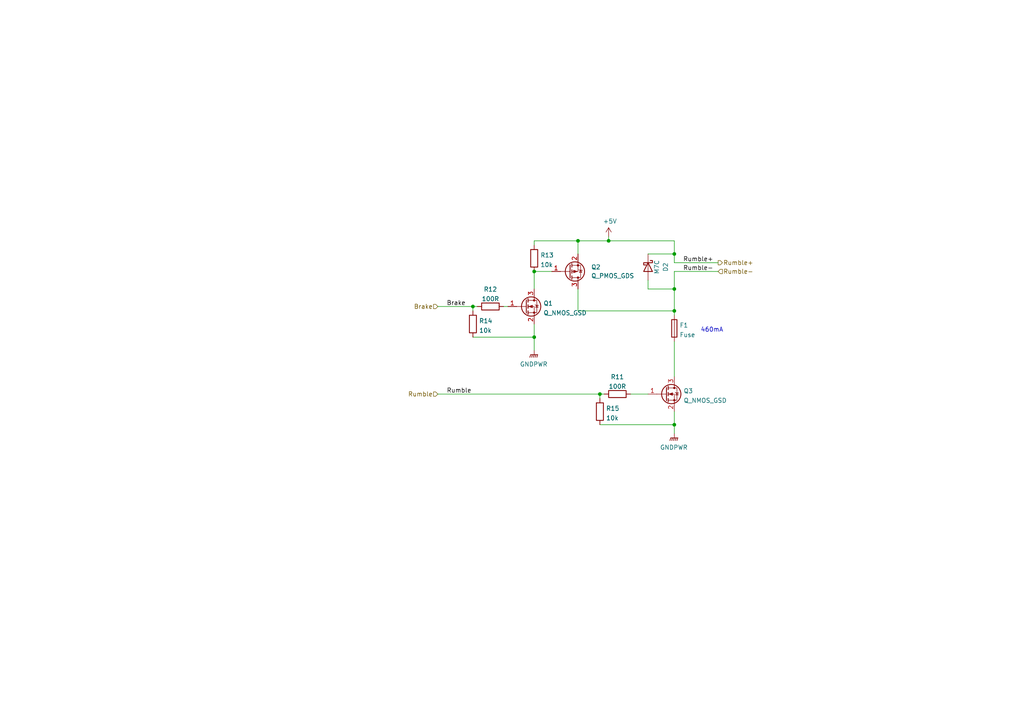
<source format=kicad_sch>
(kicad_sch (version 20211123) (generator eeschema)
  (paper "A4")
  (title_block (title "PHORAE") (rev "A"))
  (lib_symbols
    (symbol "Device:D_Schottky" (pin_numbers hide) (pin_names (offset 1.016) hide)
      (property "Reference" "D" (at 0 2.54 0))
      (property "Value" "D_Schottky" (at 0 -2.54 0))
      (symbol "D_Schottky_0_1"
        (polyline (pts (xy 1.27 0) (xy -1.27 0)))
        (polyline (pts (xy 1.27 1.27) (xy 1.27 -1.27) (xy -1.27 0) (xy 1.27 1.27)) (stroke (width 0.254)))
        (polyline (pts (xy -1.905 0.635) (xy -1.905 1.27) (xy -1.27 1.27) (xy -1.27 -1.27) (xy -0.635 -1.27) (xy -0.635 -0.635)) (stroke (width 0.254)))
      )
      (symbol "D_Schottky_1_1"
        (pin passive line (at -3.81 0 0) (length 2.54) (name "K") (number "1"))
        (pin passive line (at 3.81 0 180) (length 2.54) (name "A") (number "2"))
      )
    )
    (symbol "Device:Fuse" (pin_numbers hide) (pin_names (offset 0))
      (property "Reference" "F" (at 2.032 0 90))
      (property "Value" "Fuse" (at -1.905 0 90))
      (symbol "Fuse_0_1"
        (rectangle (start -0.762 -2.54) (end 0.762 2.54) (stroke (width 0.254)))
        (polyline (pts (xy 0 2.54) (xy 0 -2.54)))
      )
      (symbol "Fuse_1_1"
        (pin passive line (at 0 3.81 270) (length 1.27) (name "~") (number "1"))
        (pin passive line (at 0 -3.81 90) (length 1.27) (name "~") (number "2"))
      )
    )
    (symbol "Device:Q_NMOS_GSD" (pin_names (offset 0) hide)
      (property "Reference" "Q" (at 5.08 1.27 0))
      (property "Value" "Q_NMOS_GSD" (at 5.08 -1.27 0))
      (symbol "Q_NMOS_GSD_0_1"
        (polyline (pts (xy 0.254 0) (xy -2.54 0)))
        (polyline (pts (xy 0.254 1.905) (xy 0.254 -1.905)) (stroke (width 0.254)))
        (polyline (pts (xy 0.762 -1.27) (xy 0.762 -2.286)) (stroke (width 0.254)))
        (polyline (pts (xy 0.762 0.508) (xy 0.762 -0.508)) (stroke (width 0.254)))
        (polyline (pts (xy 0.762 2.286) (xy 0.762 1.27)) (stroke (width 0.254)))
        (polyline (pts (xy 2.54 2.54) (xy 2.54 1.778)))
        (polyline (pts (xy 2.54 -2.54) (xy 2.54 0) (xy 0.762 0)))
        (polyline (pts (xy 0.762 -1.778) (xy 3.302 -1.778) (xy 3.302 1.778) (xy 0.762 1.778)))
        (polyline (pts (xy 1.016 0) (xy 2.032 0.381) (xy 2.032 -0.381) (xy 1.016 0)) (fill (type outline)))
        (polyline (pts (xy 2.794 0.508) (xy 2.921 0.381) (xy 3.683 0.381) (xy 3.81 0.254)))
        (polyline (pts (xy 3.302 0.381) (xy 2.921 -0.254) (xy 3.683 -0.254) (xy 3.302 0.381)))
        (circle (center 1.651 0) (radius 2.794) (stroke (width 0.254)))
        (circle (center 2.54 -1.778) (radius 0.254) (fill (type outline)))
        (circle (center 2.54 1.778) (radius 0.254) (fill (type outline)))
      )
      (symbol "Q_NMOS_GSD_1_1"
        (pin input line (at -5.08 0 0) (length 2.54) (name "G") (number "1"))
        (pin passive line (at 2.54 -5.08 90) (length 2.54) (name "S") (number "2"))
        (pin passive line (at 2.54 5.08 270) (length 2.54) (name "D") (number "3"))
      )
    )
    (symbol "Device:Q_PMOS_GSD" (pin_names (offset 0) hide)
      (property "Reference" "Q" (at 5.08 1.27 0))
      (property "Value" "Q_PMOS_GSD" (at 5.08 -1.27 0))
      (symbol "Q_PMOS_GSD_0_1"
        (polyline (pts (xy 0.254 0) (xy -2.54 0)))
        (polyline (pts (xy 0.254 1.905) (xy 0.254 -1.905)) (stroke (width 0.254)))
        (polyline (pts (xy 0.762 -1.27) (xy 0.762 -2.286)) (stroke (width 0.254)))
        (polyline (pts (xy 0.762 0.508) (xy 0.762 -0.508)) (stroke (width 0.254)))
        (polyline (pts (xy 0.762 2.286) (xy 0.762 1.27)) (stroke (width 0.254)))
        (polyline (pts (xy 2.54 2.54) (xy 2.54 1.778)))
        (polyline (pts (xy 2.54 -2.54) (xy 2.54 0) (xy 0.762 0)))
        (polyline (pts (xy 0.762 1.778) (xy 3.302 1.778) (xy 3.302 -1.778) (xy 0.762 -1.778)))
        (polyline (pts (xy 2.286 0) (xy 1.27 0.381) (xy 1.27 -0.381) (xy 2.286 0)) (fill (type outline)))
        (polyline (pts (xy 2.794 -0.508) (xy 2.921 -0.381) (xy 3.683 -0.381) (xy 3.81 -0.254)))
        (polyline (pts (xy 3.302 -0.381) (xy 2.921 0.254) (xy 3.683 0.254) (xy 3.302 -0.381)))
        (circle (center 1.651 0) (radius 2.794) (stroke (width 0.254)))
        (circle (center 2.54 -1.778) (radius 0.254) (fill (type outline)))
        (circle (center 2.54 1.778) (radius 0.254) (fill (type outline)))
      )
      (symbol "Q_PMOS_GSD_1_1"
        (pin input line (at -5.08 0 0) (length 2.54) (name "G") (number "1"))
        (pin passive line (at 2.54 -5.08 90) (length 2.54) (name "S") (number "2"))
        (pin passive line (at 2.54 5.08 270) (length 2.54) (name "D") (number "3"))
      )
    )
    (symbol "Device:R" (pin_numbers hide) (pin_names (offset 0))
      (property "Reference" "R" (at 2.032 0 90))
      (property "Value" "R" (at 0 0 90))
      (symbol "R_0_1"
        (rectangle (start -1.016 -2.54) (end 1.016 2.54) (stroke (width 0.254)))
      )
      (symbol "R_1_1"
        (pin passive line (at 0 3.81 270) (length 1.27) (name "~") (number "1"))
        (pin passive line (at 0 -3.81 90) (length 1.27) (name "~") (number "2"))
      )
    )
    (symbol "power:+5V" (power) (pin_names (offset 0))
      (property "Value" "+5V" (at 0 3.556 0))
      (symbol "+5V_0_1"
        (polyline (pts (xy -0.762 1.27) (xy 0 2.54)))
        (polyline (pts (xy 0 0) (xy 0 2.54)))
        (polyline (pts (xy 0 2.54) (xy 0.762 1.27)))
      )
      (symbol "+5V_1_1"
        (pin power_in line (at 0 0 90) (length 0) hide (name "+5V") (number "1"))
      )
    )
    (symbol "power:GNDPWR" (power) (pin_names (offset 0))
      (property "Value" "GNDPWR" (at 0 -3.302 0))
      (symbol "GNDPWR_0_1"
        (polyline (pts (xy 0 -1.27) (xy 0 0)))
        (polyline (pts (xy -1.016 -1.27) (xy -1.27 -2.032) (xy -1.27 -2.032)) (stroke (width 0.2032)))
        (polyline (pts (xy -0.508 -1.27) (xy -0.762 -2.032) (xy -0.762 -2.032)) (stroke (width 0.2032)))
        (polyline (pts (xy 0 -1.27) (xy -0.254 -2.032) (xy -0.254 -2.032)) (stroke (width 0.2032)))
        (polyline (pts (xy 0.508 -1.27) (xy 0.254 -2.032) (xy 0.254 -2.032)) (stroke (width 0.2032)))
        (polyline (pts (xy 1.016 -1.27) (xy -1.016 -1.27) (xy -1.016 -1.27)) (stroke (width 0.2032)))
        (polyline (pts (xy 1.016 -1.27) (xy 0.762 -2.032) (xy 0.762 -2.032) (xy 0.762 -2.032)) (stroke (width 0.2032)))
      )
      (symbol "GNDPWR_1_1"
        (pin power_in line (at 0 0 270) (length 0) hide (name "GNDPWR") (number "1"))
      )
    )
  )
  (junction (at 176.53 69.85))
  (junction (at 195.58 83.82))
  (junction (at 154.94 78.74))
  (junction (at 195.58 73.66))
  (junction (at 195.58 123.19))
  (junction (at 167.64 69.85))
  (junction (at 173.99 114.3))
  (junction (at 195.58 90.17))
  (junction (at 137.16 88.9))
  (junction (at 154.94 97.79))
  (wire (pts (xy 137.16 88.9) (xy 138.43 88.9)))
  (wire (pts (xy 167.64 73.66) (xy 167.64 69.85)))
  (wire (pts (xy 195.58 99.06) (xy 195.58 109.22)))
  (wire (pts (xy 154.94 78.74) (xy 160.02 78.74)))
  (wire (pts (xy 195.58 76.2) (xy 195.58 73.66)))
  (wire (pts (xy 154.94 93.98) (xy 154.94 97.79)))
  (wire (pts (xy 195.58 119.38) (xy 195.58 123.19)))
  (wire (pts (xy 195.58 90.17) (xy 167.64 90.17)))
  (wire (pts (xy 154.94 69.85) (xy 154.94 71.12)))
  (wire (pts (xy 187.96 83.82) (xy 187.96 81.28)))
  (wire (pts (xy 195.58 123.19) (xy 195.58 125.73)))
  (wire (pts (xy 154.94 97.79) (xy 154.94 101.6)))
  (wire (pts (xy 173.99 114.3) (xy 175.26 114.3)))
  (wire (pts (xy 195.58 78.74) (xy 195.58 83.82)))
  (wire (pts (xy 173.99 114.3) (xy 173.99 115.57)))
  (wire (pts (xy 137.16 88.9) (xy 137.16 90.17)))
  (wire (pts (xy 195.58 76.2) (xy 208.28 76.2)))
  (wire (pts (xy 176.53 68.58) (xy 176.53 69.85)))
  (wire (pts (xy 182.88 114.3) (xy 187.96 114.3)))
  (wire (pts (xy 167.64 83.82) (xy 167.64 90.17)))
  (wire (pts (xy 167.64 69.85) (xy 176.53 69.85)))
  (wire (pts (xy 137.16 97.79) (xy 154.94 97.79)))
  (wire (pts (xy 195.58 73.66) (xy 195.58 69.85)))
  (wire (pts (xy 127 88.9) (xy 137.16 88.9)))
  (wire (pts (xy 167.64 69.85) (xy 154.94 69.85)))
  (wire (pts (xy 195.58 83.82) (xy 187.96 83.82)))
  (wire (pts (xy 195.58 78.74) (xy 208.28 78.74)))
  (wire (pts (xy 173.99 123.19) (xy 195.58 123.19)))
  (wire (pts (xy 195.58 69.85) (xy 176.53 69.85)))
  (wire (pts (xy 195.58 83.82) (xy 195.58 90.17)))
  (wire (pts (xy 154.94 78.74) (xy 154.94 83.82)))
  (wire (pts (xy 195.58 90.17) (xy 195.58 91.44)))
  (wire (pts (xy 187.96 73.66) (xy 195.58 73.66)))
  (wire (pts (xy 146.05 88.9) (xy 147.32 88.9)))
  (wire (pts (xy 127 114.3) (xy 173.99 114.3)))
  (text "460mA" (at 203.2 96.52 0) (effects (font (size 1.27 1.27)) (justify left bottom)))
  (label "Rumble+" (at 198.12 76.2 0))
  (label "Rumble" (at 129.54 114.3 0))
  (label "Rumble-" (at 198.12 78.74 0))
  (label "Brake" (at 129.54 88.9 0))
  (hierarchical_label "Rumble-" (shape input) (at 208.28 78.74 0))
  (hierarchical_label "Rumble+" (shape output) (at 208.28 76.2 0))
  (hierarchical_label "Brake" (shape input) (at 127 88.9 180))
  (hierarchical_label "Rumble" (shape input) (at 127 114.3 180))
  (symbol (lib_id "Device:R") (at 173.99 119.38 180) (unit 1)
    (property "Reference" "R15" (at 175.768 118.4715 0) (effects (justify right)))
    (property "Value" "10k" (at 175.768 121.2466 0) (effects (justify right)))
    (property "Footprint" "PhobGCC_2_0_0_footprints:R_0603_1608Metric_Pad0.98x0.95mm_HandSolder" (effects hide))
    (property "LCSC" "C25804" (effects hide))
    (property "MPN" "RNCP0603FTD10K0" (effects hide))
    (property "Manufacturer" "Stackpole Electronics Inc" (effects hide))
    (property "Package" "0603" (effects hide))
    (property "VARIANT" "NoVar" (effects hide))
  )
  (symbol (lib_id "power:GNDPWR") (at 154.94 101.6 0) (unit 1)
    (property "Reference" "#PWR017" (effects hide))
    (property "Value" "GNDPWR" (at 154.813 105.637 0))
  )
  (symbol (lib_id "Device:Fuse") (at 195.58 95.25 0) (unit 1)
    (property "Reference" "F1" (at 197.104 94.3415 0) (effects (justify left)))
    (property "Value" "Fuse" (at 197.104 97.1166 0) (effects (justify left)))
    (property "Footprint" "PhobGCC_2_0_0_footprints:Fuse_1206_3216Metric" (effects hide))
    (property "LCSC" "C69680" (effects hide))
    (property "MPN" "PTS120624V020" (effects hide))
    (property "Manufacturer" "Eaton - Electronics Division" (effects hide))
    (property "Package" "1206" (effects hide))
    (property "VARIANT" "NoVar" (effects hide))
  )
  (symbol (lib_id "Device:Q_NMOS_GSD") (at 193.04 114.3 0) (unit 1)
    (property "Reference" "Q3" (at 198.247 113.3915 0) (effects (justify left)))
    (property "Value" "Q_NMOS_GSD" (at 198.247 116.1666 0) (effects (justify left)))
    (property "Footprint" "PhobGCC_2_0_0_footprints:SOT-23" (effects hide))
    (property "LCSC" "C20917" (effects hide))
    (property "MPN" "AO3400A" (effects hide))
    (property "Manufacturer" "Alpha & Omega Semiconductor Inc." (effects hide))
    (property "Package" "SOT-23" (effects hide))
    (property "VARIANT" "NoVar" (effects hide))
  )
  (symbol (lib_id "Device:R") (at 137.16 93.98 180) (unit 1)
    (property "Reference" "R14" (at 138.938 93.0715 0) (effects (justify right)))
    (property "Value" "10k" (at 138.938 95.8466 0) (effects (justify right)))
    (property "Footprint" "PhobGCC_2_0_0_footprints:R_0603_1608Metric_Pad0.98x0.95mm_HandSolder" (effects hide))
    (property "LCSC" "C25804" (effects hide))
    (property "MPN" "RNCP0603FTD10K0" (effects hide))
    (property "Manufacturer" "Stackpole Electronics Inc" (effects hide))
    (property "Package" "0603" (effects hide))
    (property "VARIANT" "NoVar" (effects hide))
  )
  (symbol (lib_id "Device:R") (at 179.07 114.3 90) (unit 1)
    (property "Reference" "R11" (at 179.07 109.3175 90))
    (property "Value" "100R" (at 179.07 112.0926 90))
    (property "Footprint" "PhobGCC_2_0_0_footprints:R_0603_1608Metric_Pad0.98x0.95mm_HandSolder" (effects hide))
    (property "LCSC" "C22775" (effects hide))
    (property "MPN" "RMCF0603FT100R" (effects hide))
    (property "Manufacturer" "Stackpole Electronics Inc" (effects hide))
    (property "Package" "0603" (effects hide))
    (property "VARIANT" "NoVar" (effects hide))
  )
  (symbol (lib_id "Device:Q_NMOS_GSD") (at 152.4 88.9 0) (unit 1)
    (property "Reference" "Q1" (at 157.607 87.9915 0) (effects (justify left)))
    (property "Value" "Q_NMOS_GSD" (at 157.607 90.7666 0) (effects (justify left)))
    (property "Footprint" "PhobGCC_2_0_0_footprints:SOT-23" (effects hide))
    (property "LCSC" "C20917" (effects hide))
    (property "MPN" "AO3400A" (effects hide))
    (property "Manufacturer" "Alpha & Omega Semiconductor Inc." (effects hide))
    (property "Package" "SOT-23" (effects hide))
    (property "VARIANT" "NoVar" (effects hide))
  )
  (symbol (lib_id "power:GNDPWR") (at 195.58 125.73 0) (unit 1)
    (property "Reference" "#PWR019" (effects hide))
    (property "Value" "GNDPWR" (at 195.453 129.767 0))
  )
  (symbol (lib_id "Device:R") (at 142.24 88.9 90) (unit 1)
    (property "Reference" "R12" (at 142.24 83.9175 90))
    (property "Value" "100R" (at 142.24 86.6926 90))
    (property "Footprint" "PhobGCC_2_0_0_footprints:R_0603_1608Metric_Pad0.98x0.95mm_HandSolder" (effects hide))
    (property "LCSC" "C22775" (effects hide))
    (property "MPN" "RMCF0603FT100R" (effects hide))
    (property "Manufacturer" "Stackpole Electronics Inc" (effects hide))
    (property "Package" "0603" (effects hide))
    (property "VARIANT" "NoVar" (effects hide))
  )
  (symbol (lib_id "Device:R") (at 154.94 74.93 180) (unit 1)
    (property "Reference" "R13" (at 156.718 74.0215 0) (effects (justify right)))
    (property "Value" "10k" (at 156.718 76.7966 0) (effects (justify right)))
    (property "Footprint" "PhobGCC_2_0_0_footprints:R_0603_1608Metric_Pad0.98x0.95mm_HandSolder" (effects hide))
    (property "LCSC" "C25804" (effects hide))
    (property "MPN" "RNCP0603FTD10K0" (effects hide))
    (property "Manufacturer" "Stackpole Electronics Inc" (effects hide))
    (property "Package" "0603" (effects hide))
    (property "VARIANT" "NoVar" (effects hide))
  )
  (symbol (lib_id "Device:Q_PMOS_GSD") (at 165.1 78.74 0) (mirror x) (unit 1)
    (property "Reference" "Q2" (at 171.45 77.4699 0) (effects (justify left)))
    (property "Value" "Q_PMOS_GDS" (at 171.45 80.0099 0) (effects (justify left)))
    (property "Footprint" "PhobGCC_2_0_0_footprints:SOT-23" (effects hide))
    (property "LCSC" "C15127" (effects hide))
    (property "MPN" "AO3401A" (effects hide))
    (property "Manufacturer" "Alpha & Omega Semiconductor Inc." (effects hide))
    (property "Package" "SOT-23" (effects hide))
    (property "VARIANT" "NoVar" (effects hide))
  )
  (symbol (lib_id "power:+5V") (at 176.53 68.58 0) (unit 1)
    (property "Reference" "#PWR018" (effects hide))
    (property "Value" "+5V" (at 176.911 64.1858 0))
  )
  (symbol (lib_id "Device:D_Schottky") (at 187.96 77.47 270) (unit 1)
    (property "Reference" "D2" (at 193.04 77.47 0))
    (property "Value" "M7C" (at 190.5 77.47 0))
    (property "Footprint" "PhobGCC_2_0_0_footprints:D_SOD-123" (effects hide))
    (property "LCSC" "C8598" (effects hide))
    (property "MPN" "B5819W" (effects hide))
    (property "Manufacturer" "Yangzhou Yangjie Electronic Technology Co.,Ltd" (effects hide))
    (property "Package" "SOD-123" (effects hide))
    (property "VARIANT" "NoVar" (effects hide))
  )
)
</source>
